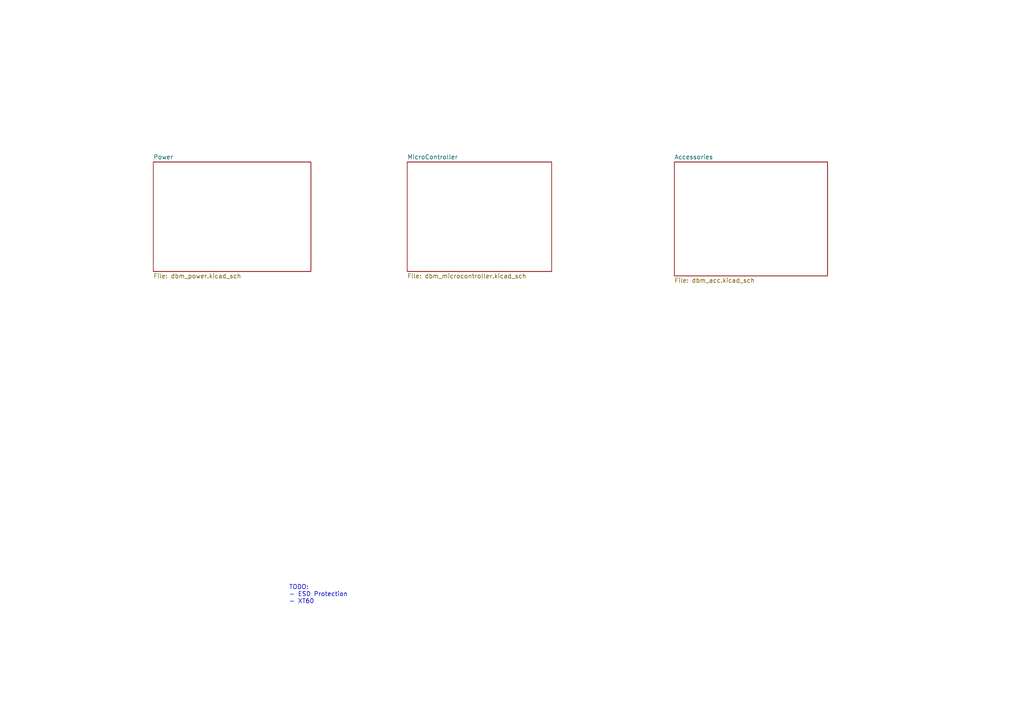
<source format=kicad_sch>
(kicad_sch (version 20230121) (generator eeschema)
  (paper "A4")
  (title_block (title "DeepBlackMagic") (date "2023-05-22") (rev "Rev 1") (company "Zalgtronic"))
  (lib_symbols)
  (text "TODO:\n- ESD Protection\n- XT60\n" (at 83.82 175.26 0) (effects (font (size 1.27 1.27)) (justify left bottom)))
  (sheet (at 195.58 46.99) (size 44.45 33.02) (stroke (width 0.1524))
    (property "Sheetname" "Accessories" (at 195.58 46.2784 0) (effects (justify left bottom)))
    (property "Sheetfile" "dbm_acc.kicad_sch" (at 195.58 80.5946 0) (effects (justify left top)))
  )
  (sheet (at 44.45 46.99) (size 45.72 31.75) (stroke (width 0.1524))
    (property "Sheetname" "Power" (at 44.45 46.2784 0) (effects (justify left bottom)))
    (property "Sheetfile" "dbm_power.kicad_sch" (at 44.45 79.3246 0) (effects (justify left top)))
  )
  (sheet (at 118.11 46.99) (size 41.91 31.75) (stroke (width 0.1524))
    (property "Sheetname" "MicroController" (at 118.11 46.2784 0) (effects (justify left bottom)))
    (property "Sheetfile" "dbm_microcontroller.kicad_sch" (at 118.11 79.3246 0) (effects (justify left top)))
  )
)
</source>
